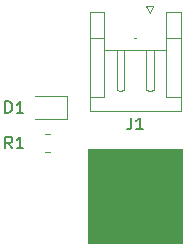
<source format=gbr>
%TF.GenerationSoftware,KiCad,Pcbnew,(5.1.9)-1*%
%TF.CreationDate,2022-04-21T22:08:42+02:00*%
%TF.ProjectId,Sensors,53656e73-6f72-4732-9e6b-696361645f70,Rev.01*%
%TF.SameCoordinates,Original*%
%TF.FileFunction,Legend,Top*%
%TF.FilePolarity,Positive*%
%FSLAX46Y46*%
G04 Gerber Fmt 4.6, Leading zero omitted, Abs format (unit mm)*
G04 Created by KiCad (PCBNEW (5.1.9)-1) date 2022-04-21 22:08:42*
%MOMM*%
%LPD*%
G01*
G04 APERTURE LIST*
%ADD10C,0.100000*%
%ADD11C,0.120000*%
%ADD12C,0.150000*%
G04 APERTURE END LIST*
D10*
G36*
X84000000Y-60000000D02*
G01*
X76000000Y-60000000D01*
X76000000Y-52000000D01*
X84000000Y-52000000D01*
X84000000Y-60000000D01*
G37*
X84000000Y-60000000D02*
X76000000Y-60000000D01*
X76000000Y-52000000D01*
X84000000Y-52000000D01*
X84000000Y-60000000D01*
D11*
%TO.C,D1*%
X71562500Y-49460000D02*
X74247500Y-49460000D01*
X74247500Y-49460000D02*
X74247500Y-47540000D01*
X74247500Y-47540000D02*
X71562500Y-47540000D01*
%TO.C,J1*%
X82640000Y-42590000D02*
X82640000Y-40390000D01*
X82640000Y-40390000D02*
X83860000Y-40390000D01*
X83860000Y-40390000D02*
X83860000Y-48810000D01*
X83860000Y-48810000D02*
X76140000Y-48810000D01*
X76140000Y-48810000D02*
X76140000Y-40390000D01*
X76140000Y-40390000D02*
X77360000Y-40390000D01*
X77360000Y-40390000D02*
X77360000Y-42590000D01*
X83860000Y-47590000D02*
X82640000Y-47590000D01*
X82640000Y-47590000D02*
X82640000Y-42590000D01*
X82640000Y-42590000D02*
X83860000Y-42590000D01*
X76140000Y-47590000D02*
X77360000Y-47590000D01*
X77360000Y-47590000D02*
X77360000Y-42590000D01*
X77360000Y-42590000D02*
X76140000Y-42590000D01*
X82640000Y-43590000D02*
X77360000Y-43590000D01*
X81250000Y-43590000D02*
X81570000Y-43590000D01*
X81570000Y-43590000D02*
X81570000Y-47010000D01*
X81570000Y-47010000D02*
X81250000Y-47090000D01*
X81250000Y-47090000D02*
X80930000Y-47010000D01*
X80930000Y-47010000D02*
X80930000Y-43590000D01*
X80930000Y-43590000D02*
X81250000Y-43590000D01*
X80080000Y-42590000D02*
X79920000Y-42590000D01*
X78750000Y-43590000D02*
X79070000Y-43590000D01*
X79070000Y-43590000D02*
X79070000Y-47010000D01*
X79070000Y-47010000D02*
X78750000Y-47090000D01*
X78750000Y-47090000D02*
X78430000Y-47010000D01*
X78430000Y-47010000D02*
X78430000Y-43590000D01*
X78430000Y-43590000D02*
X78750000Y-43590000D01*
X81250000Y-40500000D02*
X81550000Y-39900000D01*
X81550000Y-39900000D02*
X80950000Y-39900000D01*
X80950000Y-39900000D02*
X81250000Y-40500000D01*
%TO.C,R1*%
X72814564Y-52235000D02*
X72360436Y-52235000D01*
X72814564Y-50765000D02*
X72360436Y-50765000D01*
%TO.C,D1*%
D12*
X69011904Y-48952380D02*
X69011904Y-47952380D01*
X69250000Y-47952380D01*
X69392857Y-48000000D01*
X69488095Y-48095238D01*
X69535714Y-48190476D01*
X69583333Y-48380952D01*
X69583333Y-48523809D01*
X69535714Y-48714285D01*
X69488095Y-48809523D01*
X69392857Y-48904761D01*
X69250000Y-48952380D01*
X69011904Y-48952380D01*
X70535714Y-48952380D02*
X69964285Y-48952380D01*
X70250000Y-48952380D02*
X70250000Y-47952380D01*
X70154761Y-48095238D01*
X70059523Y-48190476D01*
X69964285Y-48238095D01*
%TO.C,J1*%
X79666666Y-49352380D02*
X79666666Y-50066666D01*
X79619047Y-50209523D01*
X79523809Y-50304761D01*
X79380952Y-50352380D01*
X79285714Y-50352380D01*
X80666666Y-50352380D02*
X80095238Y-50352380D01*
X80380952Y-50352380D02*
X80380952Y-49352380D01*
X80285714Y-49495238D01*
X80190476Y-49590476D01*
X80095238Y-49638095D01*
%TO.C,R1*%
X69583333Y-51952380D02*
X69250000Y-51476190D01*
X69011904Y-51952380D02*
X69011904Y-50952380D01*
X69392857Y-50952380D01*
X69488095Y-51000000D01*
X69535714Y-51047619D01*
X69583333Y-51142857D01*
X69583333Y-51285714D01*
X69535714Y-51380952D01*
X69488095Y-51428571D01*
X69392857Y-51476190D01*
X69011904Y-51476190D01*
X70535714Y-51952380D02*
X69964285Y-51952380D01*
X70250000Y-51952380D02*
X70250000Y-50952380D01*
X70154761Y-51095238D01*
X70059523Y-51190476D01*
X69964285Y-51238095D01*
%TD*%
M02*

</source>
